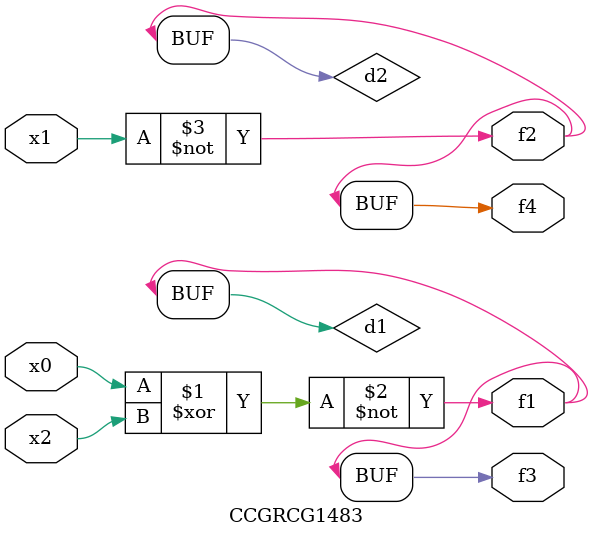
<source format=v>
module CCGRCG1483(
	input x0, x1, x2,
	output f1, f2, f3, f4
);

	wire d1, d2, d3;

	xnor (d1, x0, x2);
	nand (d2, x1);
	nor (d3, x1, x2);
	assign f1 = d1;
	assign f2 = d2;
	assign f3 = d1;
	assign f4 = d2;
endmodule

</source>
